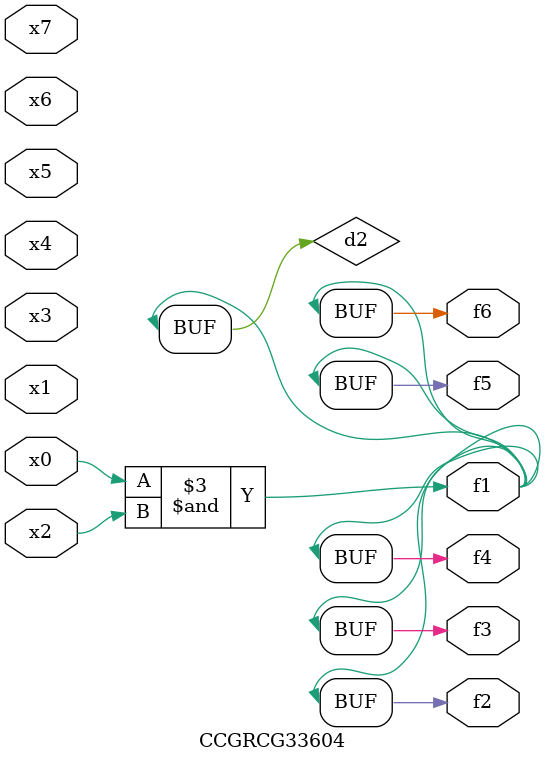
<source format=v>
module CCGRCG33604(
	input x0, x1, x2, x3, x4, x5, x6, x7,
	output f1, f2, f3, f4, f5, f6
);

	wire d1, d2;

	nor (d1, x3, x6);
	and (d2, x0, x2);
	assign f1 = d2;
	assign f2 = d2;
	assign f3 = d2;
	assign f4 = d2;
	assign f5 = d2;
	assign f6 = d2;
endmodule

</source>
